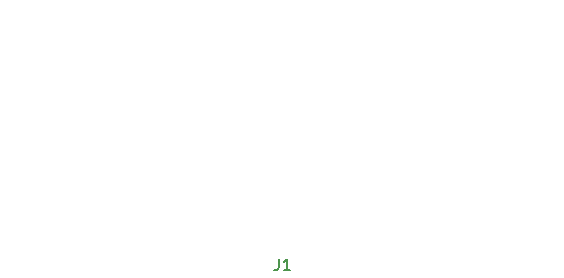
<source format=gto>
G04 #@! TF.GenerationSoftware,KiCad,Pcbnew,5.1.9+dfsg1-1*
G04 #@! TF.CreationDate,2023-03-08T14:36:01+09:00*
G04 #@! TF.ProjectId,top,746f702e-6b69-4636-9164-5f7063625858,rev?*
G04 #@! TF.SameCoordinates,Original*
G04 #@! TF.FileFunction,Legend,Top*
G04 #@! TF.FilePolarity,Positive*
%FSLAX46Y46*%
G04 Gerber Fmt 4.6, Leading zero omitted, Abs format (unit mm)*
G04 Created by KiCad (PCBNEW 5.1.9+dfsg1-1) date 2023-03-08 14:36:01*
%MOMM*%
%LPD*%
G01*
G04 APERTURE LIST*
%ADD10C,0.150000*%
%ADD11R,3.000000X4.000000*%
%ADD12C,5.000000*%
%ADD13C,6.000000*%
G04 APERTURE END LIST*
D10*
X174666666Y-124202380D02*
X174666666Y-124916666D01*
X174619047Y-125059523D01*
X174523809Y-125154761D01*
X174380952Y-125202380D01*
X174285714Y-125202380D01*
X175666666Y-125202380D02*
X175095238Y-125202380D01*
X175380952Y-125202380D02*
X175380952Y-124202380D01*
X175285714Y-124345238D01*
X175190476Y-124440476D01*
X175095238Y-124488095D01*
X152666666Y-116952380D02*
X152666666Y-117666666D01*
X152619047Y-117809523D01*
X152523809Y-117904761D01*
X152380952Y-117952380D01*
X152285714Y-117952380D01*
X153095238Y-117047619D02*
X153142857Y-117000000D01*
X153238095Y-116952380D01*
X153476190Y-116952380D01*
X153571428Y-117000000D01*
X153619047Y-117047619D01*
X153666666Y-117142857D01*
X153666666Y-117238095D01*
X153619047Y-117380952D01*
X153047619Y-117952380D01*
X153666666Y-117952380D01*
X196666666Y-116952380D02*
X196666666Y-117666666D01*
X196619047Y-117809523D01*
X196523809Y-117904761D01*
X196380952Y-117952380D01*
X196285714Y-117952380D01*
X197047619Y-116952380D02*
X197666666Y-116952380D01*
X197333333Y-117333333D01*
X197476190Y-117333333D01*
X197571428Y-117380952D01*
X197619047Y-117428571D01*
X197666666Y-117523809D01*
X197666666Y-117761904D01*
X197619047Y-117857142D01*
X197571428Y-117904761D01*
X197476190Y-117952380D01*
X197190476Y-117952380D01*
X197095238Y-117904761D01*
X197047619Y-117857142D01*
X152916666Y-109952380D02*
X152916666Y-110666666D01*
X152869047Y-110809523D01*
X152773809Y-110904761D01*
X152630952Y-110952380D01*
X152535714Y-110952380D01*
X153821428Y-110285714D02*
X153821428Y-110952380D01*
X153583333Y-109904761D02*
X153345238Y-110619047D01*
X153964285Y-110619047D01*
X196666666Y-102952380D02*
X196666666Y-103666666D01*
X196619047Y-103809523D01*
X196523809Y-103904761D01*
X196380952Y-103952380D01*
X196285714Y-103952380D01*
X197619047Y-102952380D02*
X197142857Y-102952380D01*
X197095238Y-103428571D01*
X197142857Y-103380952D01*
X197238095Y-103333333D01*
X197476190Y-103333333D01*
X197571428Y-103380952D01*
X197619047Y-103428571D01*
X197666666Y-103523809D01*
X197666666Y-103761904D01*
X197619047Y-103857142D01*
X197571428Y-103904761D01*
X197476190Y-103952380D01*
X197238095Y-103952380D01*
X197142857Y-103904761D01*
X197095238Y-103857142D01*
X196416666Y-109952380D02*
X196416666Y-110666666D01*
X196369047Y-110809523D01*
X196273809Y-110904761D01*
X196130952Y-110952380D01*
X196035714Y-110952380D01*
X197321428Y-109952380D02*
X197130952Y-109952380D01*
X197035714Y-110000000D01*
X196988095Y-110047619D01*
X196892857Y-110190476D01*
X196845238Y-110380952D01*
X196845238Y-110761904D01*
X196892857Y-110857142D01*
X196940476Y-110904761D01*
X197035714Y-110952380D01*
X197226190Y-110952380D01*
X197321428Y-110904761D01*
X197369047Y-110857142D01*
X197416666Y-110761904D01*
X197416666Y-110523809D01*
X197369047Y-110428571D01*
X197321428Y-110380952D01*
X197226190Y-110333333D01*
X197035714Y-110333333D01*
X196940476Y-110380952D01*
X196892857Y-110428571D01*
X196845238Y-110523809D01*
X152666666Y-102952380D02*
X152666666Y-103666666D01*
X152619047Y-103809523D01*
X152523809Y-103904761D01*
X152380952Y-103952380D01*
X152285714Y-103952380D01*
X153047619Y-102952380D02*
X153714285Y-102952380D01*
X153285714Y-103952380D01*
X160666666Y-102952380D02*
X160666666Y-103666666D01*
X160619047Y-103809523D01*
X160523809Y-103904761D01*
X160380952Y-103952380D01*
X160285714Y-103952380D01*
X161285714Y-103380952D02*
X161190476Y-103333333D01*
X161142857Y-103285714D01*
X161095238Y-103190476D01*
X161095238Y-103142857D01*
X161142857Y-103047619D01*
X161190476Y-103000000D01*
X161285714Y-102952380D01*
X161476190Y-102952380D01*
X161571428Y-103000000D01*
X161619047Y-103047619D01*
X161666666Y-103142857D01*
X161666666Y-103190476D01*
X161619047Y-103285714D01*
X161571428Y-103333333D01*
X161476190Y-103380952D01*
X161285714Y-103380952D01*
X161190476Y-103428571D01*
X161142857Y-103476190D01*
X161095238Y-103571428D01*
X161095238Y-103761904D01*
X161142857Y-103857142D01*
X161190476Y-103904761D01*
X161285714Y-103952380D01*
X161476190Y-103952380D01*
X161571428Y-103904761D01*
X161619047Y-103857142D01*
X161666666Y-103761904D01*
X161666666Y-103571428D01*
X161619047Y-103476190D01*
X161571428Y-103428571D01*
X161476190Y-103380952D01*
X188666666Y-102952380D02*
X188666666Y-103666666D01*
X188619047Y-103809523D01*
X188523809Y-103904761D01*
X188380952Y-103952380D01*
X188285714Y-103952380D01*
X189190476Y-103952380D02*
X189380952Y-103952380D01*
X189476190Y-103904761D01*
X189523809Y-103857142D01*
X189619047Y-103714285D01*
X189666666Y-103523809D01*
X189666666Y-103142857D01*
X189619047Y-103047619D01*
X189571428Y-103000000D01*
X189476190Y-102952380D01*
X189285714Y-102952380D01*
X189190476Y-103000000D01*
X189142857Y-103047619D01*
X189095238Y-103142857D01*
X189095238Y-103380952D01*
X189142857Y-103476190D01*
X189190476Y-103523809D01*
X189285714Y-103571428D01*
X189476190Y-103571428D01*
X189571428Y-103523809D01*
X189619047Y-103476190D01*
X189666666Y-103380952D01*
X174393908Y-110538747D02*
X174898984Y-111043823D01*
X174966327Y-111178510D01*
X174966327Y-111313197D01*
X174898984Y-111447884D01*
X174831640Y-111515228D01*
X175808121Y-110538747D02*
X175404060Y-110942808D01*
X175606091Y-110740778D02*
X174898984Y-110033671D01*
X174932656Y-110202030D01*
X174932656Y-110336717D01*
X174898984Y-110437732D01*
X175538747Y-109393908D02*
X175606091Y-109326564D01*
X175707106Y-109292892D01*
X175774449Y-109292892D01*
X175875465Y-109326564D01*
X176043823Y-109427579D01*
X176212182Y-109595938D01*
X176313197Y-109764297D01*
X176346869Y-109865312D01*
X176346869Y-109932656D01*
X176313197Y-110033671D01*
X176245854Y-110101014D01*
X176144839Y-110134686D01*
X176077495Y-110134686D01*
X175976480Y-110101014D01*
X175808121Y-109999999D01*
X175639762Y-109831640D01*
X175538747Y-109663282D01*
X175505075Y-109562266D01*
X175505075Y-109494923D01*
X175538747Y-109393908D01*
%LPC*%
D11*
X172500000Y-124250000D03*
X177500000Y-124250000D03*
D12*
X153000000Y-117000000D03*
X197000000Y-117000000D03*
X153250000Y-110000000D03*
X197000000Y-103000000D03*
X196750000Y-110000000D03*
X153000000Y-103000000D03*
X161000000Y-103000000D03*
X189000000Y-103000000D03*
D13*
X169343146Y-104343146D03*
X180656854Y-104343146D03*
X180656854Y-115656854D03*
X169343146Y-115656854D03*
D12*
X175000000Y-110000000D03*
M02*

</source>
